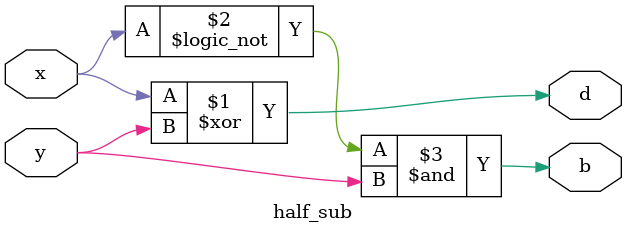
<source format=v>
`timescale 10ns / 1ps



module half_sub(
    input x,
    input y,
    output d,
    output b
    );
    
assign d = (x^y);
assign b = ((!x)&y);

endmodule

</source>
